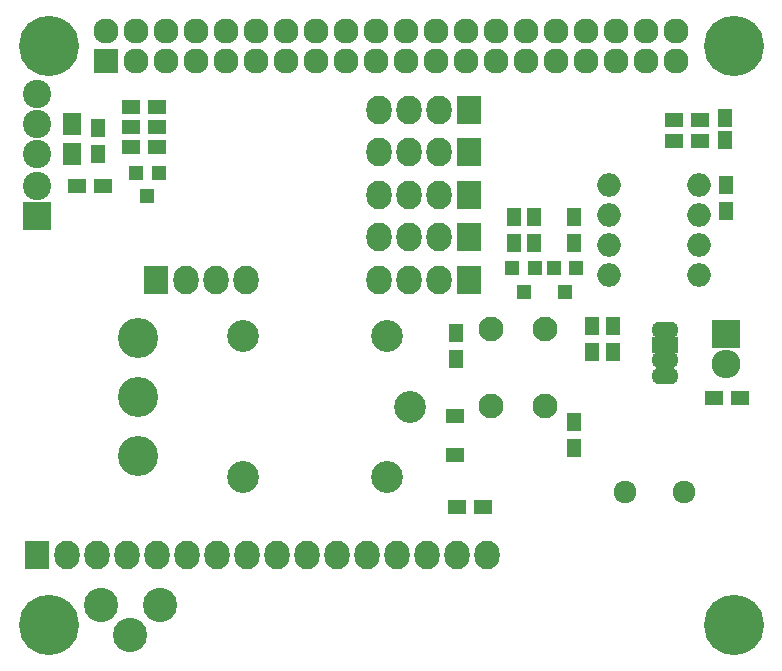
<source format=gts>
G04 #@! TF.FileFunction,Soldermask,Top*
%FSLAX46Y46*%
G04 Gerber Fmt 4.6, Leading zero omitted, Abs format (unit mm)*
G04 Created by KiCad (PCBNEW 4.0.4+dfsg1-stable) date Thu Dec 22 13:39:03 2016*
%MOMM*%
%LPD*%
G01*
G04 APERTURE LIST*
%ADD10C,0.100000*%
%ADD11C,3.400000*%
%ADD12R,2.127200X2.127200*%
%ADD13O,2.127200X2.127200*%
%ADD14O,2.305000X1.400000*%
%ADD15R,2.305000X1.400000*%
%ADD16R,1.200100X1.200100*%
%ADD17C,5.100000*%
%ADD18R,1.150000X1.600000*%
%ADD19R,1.300000X1.600000*%
%ADD20R,1.600000X1.300000*%
%ADD21R,1.650000X1.900000*%
%ADD22R,2.432000X2.432000*%
%ADD23O,2.432000X2.432000*%
%ADD24O,2.000000X2.000000*%
%ADD25R,2.127200X2.432000*%
%ADD26O,2.127200X2.432000*%
%ADD27C,2.400000*%
%ADD28R,2.400000X2.400000*%
%ADD29C,2.700000*%
%ADD30R,1.620000X1.310000*%
%ADD31C,2.900000*%
%ADD32C,1.924000*%
%ADD33C,2.100000*%
G04 APERTURE END LIST*
D10*
D11*
X109050000Y-96810000D03*
X109050000Y-101810000D03*
X109050000Y-106810000D03*
D12*
X106370000Y-73370000D03*
D13*
X106370000Y-70830000D03*
X108910000Y-73370000D03*
X108910000Y-70830000D03*
X111450000Y-73370000D03*
X111450000Y-70830000D03*
X113990000Y-73370000D03*
X113990000Y-70830000D03*
X116530000Y-73370000D03*
X116530000Y-70830000D03*
X119070000Y-73370000D03*
X119070000Y-70830000D03*
X121610000Y-73370000D03*
X121610000Y-70830000D03*
X124150000Y-73370000D03*
X124150000Y-70830000D03*
X126690000Y-73370000D03*
X126690000Y-70830000D03*
X129230000Y-73370000D03*
X129230000Y-70830000D03*
X131770000Y-73370000D03*
X131770000Y-70830000D03*
X134310000Y-73370000D03*
X134310000Y-70830000D03*
X136850000Y-73370000D03*
X136850000Y-70830000D03*
X139390000Y-73370000D03*
X139390000Y-70830000D03*
X141930000Y-73370000D03*
X141930000Y-70830000D03*
X144470000Y-73370000D03*
X144470000Y-70830000D03*
X147010000Y-73370000D03*
X147010000Y-70830000D03*
X149550000Y-73370000D03*
X149550000Y-70830000D03*
X152090000Y-73370000D03*
X152090000Y-70830000D03*
X154630000Y-73370000D03*
X154630000Y-70830000D03*
D14*
X153700000Y-96100000D03*
D15*
X153700000Y-97400000D03*
D14*
X153700000Y-98700000D03*
X153700000Y-100000000D03*
D16*
X110810000Y-82819240D03*
X108910000Y-82819240D03*
X109860000Y-84818220D03*
D17*
X159500000Y-121100000D03*
X159500000Y-72100000D03*
X101500000Y-72100000D03*
X101500000Y-121100000D03*
D18*
X158750000Y-80050000D03*
X158750000Y-78150000D03*
D19*
X158820000Y-83860000D03*
X158820000Y-86060000D03*
D20*
X156600000Y-80100000D03*
X154400000Y-80100000D03*
X156600000Y-78350000D03*
X154400000Y-78350000D03*
D21*
X103490000Y-81220000D03*
X103490000Y-78720000D03*
D20*
X106130000Y-83960000D03*
X103930000Y-83960000D03*
D19*
X105710000Y-79020000D03*
X105710000Y-81220000D03*
X140900000Y-86600000D03*
X140900000Y-88800000D03*
X142600000Y-88800000D03*
X142600000Y-86600000D03*
D22*
X158800000Y-96500000D03*
D23*
X158800000Y-99040000D03*
D16*
X142650000Y-90899240D03*
X140750000Y-90899240D03*
X141700000Y-92898220D03*
X146150000Y-90899240D03*
X144250000Y-90899240D03*
X145200000Y-92898220D03*
D20*
X108430000Y-77270000D03*
X110630000Y-77270000D03*
X108430000Y-78930000D03*
X110630000Y-78930000D03*
X108430000Y-80600000D03*
X110630000Y-80600000D03*
D19*
X146000000Y-88800000D03*
X146000000Y-86600000D03*
X146006000Y-106142000D03*
X146006000Y-103942000D03*
X135980000Y-98580000D03*
X135980000Y-96380000D03*
D24*
X148970000Y-83860000D03*
X148970000Y-86400000D03*
X148970000Y-88940000D03*
X148970000Y-91480000D03*
X156590000Y-91480000D03*
X156590000Y-88940000D03*
X156590000Y-86400000D03*
X156590000Y-83860000D03*
D19*
X147530000Y-95814000D03*
X147530000Y-98014000D03*
X149308000Y-95814000D03*
X149308000Y-98014000D03*
D25*
X100540000Y-115202000D03*
D26*
X103080000Y-115202000D03*
X105620000Y-115202000D03*
X108160000Y-115202000D03*
X110700000Y-115202000D03*
X113240000Y-115202000D03*
X115780000Y-115202000D03*
X118320000Y-115202000D03*
X120860000Y-115202000D03*
X123400000Y-115202000D03*
X125940000Y-115202000D03*
X128480000Y-115202000D03*
X131020000Y-115202000D03*
X133560000Y-115202000D03*
X136100000Y-115202000D03*
X138640000Y-115202000D03*
D20*
X157800000Y-101900000D03*
X160000000Y-101900000D03*
D27*
X100540000Y-76140000D03*
X100540000Y-78680000D03*
X100540000Y-81220000D03*
D28*
X100520000Y-86500000D03*
D27*
X100520000Y-83960000D03*
D25*
X110600000Y-91900000D03*
D26*
X113140000Y-91900000D03*
X115680000Y-91900000D03*
X118220000Y-91900000D03*
D25*
X137100000Y-91900000D03*
D26*
X134560000Y-91900000D03*
X132020000Y-91900000D03*
X129480000Y-91900000D03*
D25*
X137100000Y-77500000D03*
D26*
X134560000Y-77500000D03*
X132020000Y-77500000D03*
X129480000Y-77500000D03*
D25*
X137100000Y-88300000D03*
D26*
X134560000Y-88300000D03*
X132020000Y-88300000D03*
X129480000Y-88300000D03*
D25*
X137100000Y-84700000D03*
D26*
X134560000Y-84700000D03*
X132020000Y-84700000D03*
X129480000Y-84700000D03*
D25*
X137100000Y-81100000D03*
D26*
X134560000Y-81100000D03*
X132020000Y-81100000D03*
X129480000Y-81100000D03*
D29*
X117920000Y-96620000D03*
X130120000Y-96620000D03*
X117920000Y-108620000D03*
X130120000Y-108620000D03*
X132120000Y-102620000D03*
D30*
X135900000Y-103425000D03*
X135900000Y-106695000D03*
D31*
X105890000Y-119420000D03*
X108390000Y-121920000D03*
X110890000Y-119420000D03*
D32*
X150300000Y-109870000D03*
X155300000Y-109870000D03*
D33*
X138980000Y-96060000D03*
X143480000Y-96060000D03*
X138980000Y-102560000D03*
X143480000Y-102560000D03*
D20*
X136100000Y-111100000D03*
X138300000Y-111100000D03*
M02*

</source>
